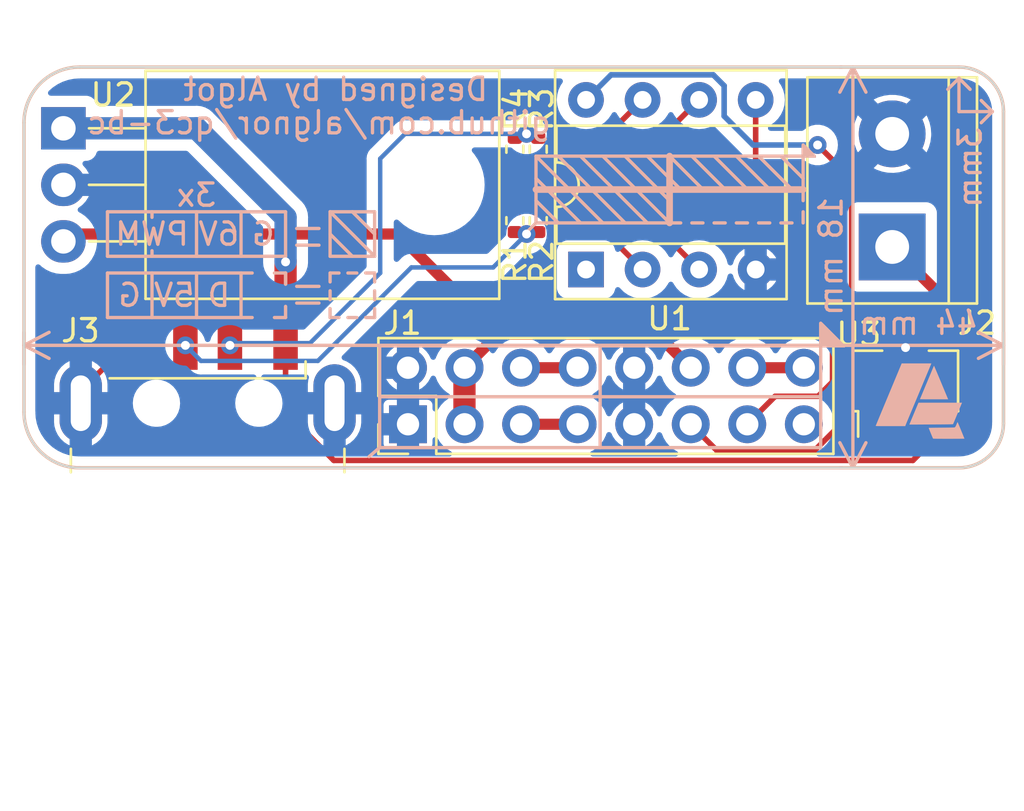
<source format=kicad_pcb>
(kicad_pcb (version 20211014) (generator pcbnew)
  (layers (0 "F.Cu" power) (31 "B.Cu" signal) (34 "B.Paste" user) (35 "F.Paste" user) (36 "B.SilkS" user "B.Silkscreen") (37 "F.SilkS" user "F.Silkscreen") (38 "B.Mask" user) (39 "F.Mask" user) (44 "Edge.Cuts" user))
  (net 0 "")
  (net 2 "/VBUS")
  (net 3 "/controll pin")
  (net 4 "/GND")
  (net 5 "/6V")
  (net 6 "/D-")
  (net 7 "/D+")
  (net 8 "Net-(R2-Pad1)")
  (net 9 "Net-(R3-Pad1)")
  (net 10 "/5V")
  (net 11 "Net-(J1-Pad5)")
  (net 12 "Net-(J1-Pad6)")
  (net 13 "Net-(J1-Pad14)")
  (net 15 "Net-(R1-Pad1)")
  (net 16 "Net-(R4-Pad1)")
  (footprint "Resistor_SMD:R_0402_1005Metric" (layer "F.Cu") (at 195.05 106.9 -90)
    (fp_text reference "R1" (at 1.85 0 -90) (layer "F.SilkS"))
    (fp_text value "2k")
    (fp_line (start -0.153641 -0.38) (end 0.153641 -0.38) (layer "F.SilkS") (width 0.12))
    (fp_line (start -0.153641 0.38) (end 0.153641 0.38) (layer "F.SilkS") (width 0.12))
    (pad "1" smd roundrect (at -0.51 0 270) (size 0.54 0.64) (layers "F.Cu" "F.Paste" "F.Mask") (net 15 "Net-(R1-Pad1)"))
    (pad "2" smd roundrect (at 0.51 0 270) (size 0.54 0.64) (layers "F.Cu" "F.Paste" "F.Mask") (net 7 "/D+"))
  )
  (footprint "Resistor_SMD:R_0402_1005Metric" (layer "F.Cu") (at 195.05 103.69 90)
    (fp_text reference "R4" (at 1.79 0.05 90) (layer "F.SilkS"))
    (fp_text value "680")
    (fp_line (start -0.153641 -0.38) (end 0.153641 -0.38) (layer "F.SilkS") (width 0.12))
    (fp_line (start -0.153641 0.38) (end 0.153641 0.38) (layer "F.SilkS") (width 0.12))
    (pad "1" smd roundrect (at -0.51 0 90) (size 0.54 0.64) (layers "F.Cu" "F.Paste" "F.Mask") (net 16 "Net-(R4-Pad1)"))
    (pad "2" smd roundrect (at 0.51 0 90) (size 0.54 0.64) (layers "F.Cu" "F.Paste" "F.Mask") (net 6 "/D-"))
  )
  (footprint "Connector_PinHeader_2.54mm:PinHeader_2x08_P2.54mm_Vertical" (layer "F.Cu") (at 190.25 116.045 90)
    (fp_text reference "J1" (at 4.545 -0.25 180) (layer "F.SilkS"))
    (fp_text value "Conn_02x08_Counter_Clockwise")
    (fp_line (start -1.33 19.11) (end 3.87 19.11) (layer "F.SilkS") (width 0.12))
    (fp_line (start -1.33 -1.33) (end 0 -1.33) (layer "F.SilkS") (width 0.12))
    (fp_line (start 1.27 1.27) (end 1.27 -1.33) (layer "F.SilkS") (width 0.12))
    (fp_line (start 1.27 -1.33) (end 3.87 -1.33) (layer "F.SilkS") (width 0.12))
    (fp_line (start -1.33 1.27) (end 1.27 1.27) (layer "F.SilkS") (width 0.12))
    (fp_line (start -1.33 0) (end -1.33 -1.33) (layer "F.SilkS") (width 0.12))
    (fp_line (start -1.33 1.27) (end -1.33 19.11) (layer "F.SilkS") (width 0.12))
    (fp_line (start 3.87 -1.33) (end 3.87 19.11) (layer "F.SilkS") (width 0.12))
    (pad "1" thru_hole rect (at 0 0 90) (size 1.7 1.7) (drill 1) (layers *.Cu *.Mask) (net 4 "/GND"))
    (pad "2" thru_hole oval (at 2.54 0 90) (size 1.7 1.7) (drill 1) (layers *.Cu *.Mask) (net 4 "/GND"))
    (pad "3" thru_hole oval (at 0 2.54 90) (size 1.7 1.7) (drill 1) (layers *.Cu *.Mask) (net 5 "/6V"))
    (pad "4" thru_hole oval (at 2.54 2.54 90) (size 1.7 1.7) (drill 1) (layers *.Cu *.Mask) (net 5 "/6V"))
    (pad "5" thru_hole oval (at 0 5.08 90) (size 1.7 1.7) (drill 1) (layers *.Cu *.Mask) (net 11 "Net-(J1-Pad5)"))
    (pad "6" thru_hole oval (at 2.54 5.08 90) (size 1.7 1.7) (drill 1) (layers *.Cu *.Mask) (net 12 "Net-(J1-Pad6)"))
    (pad "7" thru_hole oval (at 0 7.62 90) (size 1.7 1.7) (drill 1) (layers *.Cu *.Mask) (net 11 "Net-(J1-Pad5)"))
    (pad "8" thru_hole oval (at 2.54 7.62 90) (size 1.7 1.7) (drill 1) (layers *.Cu *.Mask) (net 12 "Net-(J1-Pad6)"))
    (pad "9" thru_hole oval (at 0 10.16 90) (size 1.7 1.7) (drill 1) (layers *.Cu *.Mask) (net 4 "/GND"))
    (pad "10" thru_hole oval (at 2.54 10.16 90) (size 1.7 1.7) (drill 1) (layers *.Cu *.Mask) (net 4 "/GND"))
    (pad "11" thru_hole oval (at 0 12.7 90) (size 1.7 1.7) (drill 1) (layers *.Cu *.Mask) (net 10 "/5V"))
    (pad "12" thru_hole oval (at 2.54 12.7 90) (size 1.7 1.7) (drill 1) (layers *.Cu *.Mask) (net 5 "/6V"))
    (pad "13" thru_hole oval (at 0 15.24 90) (size 1.7 1.7) (drill 1) (layers *.Cu *.Mask) (net 3 "/controll pin"))
    (pad "14" thru_hole oval (at 2.54 15.24 90) (size 1.7 1.7) (drill 1) (layers *.Cu *.Mask) (net 13 "Net-(J1-Pad14)"))
    (pad "15" thru_hole oval (at 0 17.78 90) (size 1.7 1.7) (drill 1) (layers *.Cu *.Mask))
    (pad "16" thru_hole oval (at 2.54 17.78 90) (size 1.7 1.7) (drill 1) (layers *.Cu *.Mask) (net 13 "Net-(J1-Pad14)"))
  )
  (footprint "Package_TO_SOT_SMD:SOT-89-3" (layer "F.Cu") (at 212.6 114.4 90)
    (fp_text reference "U3" (at 2.4 -2.1 180) (layer "F.SilkS"))
    (fp_text value "L78L05_SOT89")
    (fp_line (start -2.2 -2.13) (end -1.06 -2.13) (layer "F.SilkS") (width 0.12))
    (fp_line (start 1.66 -2.36) (end 1.66 -1.05) (layer "F.SilkS") (width 0.12))
    (fp_line (start -1.06 -2.36) (end -1.06 -2.13) (layer "F.SilkS") (width 0.12))
    (fp_line (start -1.06 -2.36) (end 1.66 -2.36) (layer "F.SilkS") (width 0.12))
    (fp_line (start 1.66 1.05) (end 1.66 2.36) (layer "F.SilkS") (width 0.12))
    (fp_line (start -1.06 2.36) (end -1.06 2.13) (layer "F.SilkS") (width 0.12))
    (fp_line (start 1.66 2.36) (end -1.06 2.36) (layer "F.SilkS") (width 0.12))
    (pad "1" smd rect (at -1.65 -1.5 90) (size 1.3 0.9) (layers "F.Cu" "F.Paste" "F.Mask") (net 10 "/5V"))
    (pad "2" smd custom (at -1.5625 0 90) (size 1.475 0.9) (layers "F.Cu" "F.Paste" "F.Mask") (net 4 "/GND") (options (clearance outline) (anchor rect)) (primitives (gr_poly (pts (xy 3.8625 0.8665) (xy 0.7375 0.8665) (xy 0.7375 -0.8665) (xy 3.8625 -0.8665)) (width 0) (fill yes))))
    (pad "3" smd rect (at -1.65 1.5 90) (size 1.3 0.9) (layers "F.Cu" "F.Paste" "F.Mask") (net 2 "/VBUS"))
  )
  (footprint "Resistor_SMD:R_0402_1005Metric" (layer "F.Cu") (at 196.1 103.69 90)
    (fp_text reference "R3" (at 1.79 0.15 90) (layer "F.SilkS"))
    (fp_text value "2k")
    (fp_line (start -0.153641 -0.38) (end 0.153641 -0.38) (layer "F.SilkS") (width 0.12))
    (fp_line (start -0.153641 0.38) (end 0.153641 0.38) (layer "F.SilkS") (width 0.12))
    (pad "1" smd roundrect (at -0.51 0 90) (size 0.54 0.64) (layers "F.Cu" "F.Paste" "F.Mask") (net 9 "Net-(R3-Pad1)"))
    (pad "2" smd roundrect (at 0.51 0 90) (size 0.54 0.64) (layers "F.Cu" "F.Paste" "F.Mask") (net 6 "/D-"))
  )
  (footprint "Package_DIP:DIP-8_W7.62mm_Socket" (layer "F.Cu") (at 198.247 109.093 90)
    (fp_text reference "U1" (at -2.207 3.753 180) (layer "F.SilkS"))
    (fp_text value "ATtiny45V-10P")
    (fp_line (start 2.81 -1.33) (end 1.16 -1.33) (layer "F.SilkS") (width 0.12))
    (fp_line (start 6.46 -1.33) (end 4.81 -1.33) (layer "F.SilkS") (width 0.12))
    (fp_line (start -1.33 9.01) (end 8.95 9.01) (layer "F.SilkS") (width 0.12))
    (fp_line (start 8.95 9.01) (end 8.95 -1.39) (layer "F.SilkS") (width 0.12))
    (fp_line (start 1.16 -1.33) (end 1.16 8.95) (layer "F.SilkS") (width 0.12))
    (fp_line (start 8.95 -1.39) (end -1.33 -1.39) (layer "F.SilkS") (width 0.12))
    (fp_line (start -1.33 -1.39) (end -1.33 9.01) (layer "F.SilkS") (width 0.12))
    (fp_line (start 6.46 8.95) (end 6.46 -1.33) (layer "F.SilkS") (width 0.12))
    (fp_line (start 1.16 8.95) (end 6.46 8.95) (layer "F.SilkS") (width 0.12))
    (fp_arc (start 4.81 -1.33) (mid 3.81 -0.33) (end 2.81 -1.33) (layer "F.SilkS") (width 0.12))
    (pad "1" thru_hole rect (at 0 0 90) (size 1.6 1.6) (drill 0.8) (layers *.Cu *.Mask))
    (pad "2" thru_hole oval (at 0 2.54 90) (size 1.6 1.6) (drill 0.8) (layers *.Cu *.Mask) (net 8 "Net-(R2-Pad1)"))
    (pad "3" thru_hole oval (at 0 5.08 90) (size 1.6 1.6) (drill 0.8) (layers *.Cu *.Mask) (net 15 "Net-(R1-Pad1)"))
    (pad "4" thru_hole oval (at 0 7.62 90) (size 1.6 1.6) (drill 0.8) (layers *.Cu *.Mask) (net 4 "/GND"))
    (pad "5" thru_hole oval (at 7.62 7.62 90) (size 1.6 1.6) (drill 0.8) (layers *.Cu *.Mask) (net 3 "/controll pin"))
    (pad "6" thru_hole oval (at 7.62 5.08 90) (size 1.6 1.6) (drill 0.8) (layers *.Cu *.Mask) (net 16 "Net-(R4-Pad1)"))
    (pad "7" thru_hole oval (at 7.62 2.54 90) (size 1.6 1.6) (drill 0.8) (layers *.Cu *.Mask) (net 9 "Net-(R3-Pad1)"))
    (pad "8" thru_hole oval (at 7.62 0 90) (size 1.6 1.6) (drill 0.8) (layers *.Cu *.Mask) (net 10 "/5V"))
  )
  (footprint "Connector_USB:USB_A_CNCTech_1001-011-01101_Horizontal" (layer "F.Cu") (at 181.25 116.1 -90)
    (fp_text reference "J3" (at -4.26 5.715) (layer "F.SilkS"))
    (fp_text value "USB_A")
    (fp_line (start 1.05 6.145) (end 2.1 6.145) (layer "F.SilkS") (width 0.12))
    (fp_line (start 1.05 -6.145) (end 2.1 -6.145) (layer "F.SilkS") (width 0.12))
    (fp_line (start -2.12 -4.4) (end -2.12 4.4) (layer "F.SilkS") (width 0.12))
    (fp_line (start -2.12 -4.4) (end -2.875 -4.4) (layer "F.SilkS") (width 0.12))
    (pad "" np_thru_hole circle (at -1 -2.3 270) (size 1.1 1.1) (drill 1.1) (layers *.Cu *.Mask))
    (pad "" np_thru_hole circle (at -1 2.3 270) (size 1.1 1.1) (drill 1.1) (layers *.Cu *.Mask))
    (pad "1" smd rect (at -3.75 -3.5 270) (size 2.5 1.1) (layers "F.Cu" "F.Paste" "F.Mask") (net 2 "/VBUS"))
    (pad "2" smd rect (at -3.75 -1 270) (size 2.5 1.1) (layers "F.Cu" "F.Paste" "F.Mask") (net 6 "/D-"))
    (pad "3" smd rect (at -3.75 1 270) (size 2.5 1.1) (layers "F.Cu" "F.Paste" "F.Mask") (net 7 "/D+"))
    (pad "4" smd rect (at -3.75 3.5 270) (size 2.5 1.1) (layers "F.Cu" "F.Paste" "F.Mask") (net 4 "/GND"))
    (pad "5" thru_hole oval (at -1 -5.7 270) (size 3.5 1.9) (drill oval 2.5 0.9) (layers *.Cu *.Mask) (net 4 "/GND"))
    (pad "5" thru_hole oval (at -1 5.7 270) (size 3.5 1.9) (drill oval 2.5 0.9) (layers *.Cu *.Mask) (net 4 "/GND"))
  )
  (footprint "Resistor_SMD:R_0402_1005Metric" (layer "F.Cu") (at 196.1 106.9 -90)
    (fp_text reference "R2" (at 1.85 -0.15 90) (layer "F.SilkS"))
    (fp_text value "680")
    (fp_line (start -0.153641 -0.38) (end 0.153641 -0.38) (layer "F.SilkS") (width 0.12))
    (fp_line (start -0.153641 0.38) (end 0.153641 0.38) (layer "F.SilkS") (width 0.12))
    (pad "1" smd roundrect (at -0.51 0 270) (size 0.54 0.64) (layers "F.Cu" "F.Paste" "F.Mask") (net 8 "Net-(R2-Pad1)"))
    (pad "2" smd roundrect (at 0.51 0 270) (size 0.54 0.64) (layers "F.Cu" "F.Paste" "F.Mask") (net 7 "/D+"))
  )
  (footprint "TerminalBlock:TerminalBlock_bornier-2_P5.08mm" (layer "F.Cu") (at 212 108.08 90)
    (fp_text reference "J2" (at -3.42 3.81 180) (layer "F.SilkS"))
    (fp_text value "Screw_Terminal_01x02")
    (fp_line (start 7.62 3.81) (end 7.62 -3.81) (layer "F.SilkS") (width 0.12))
    (fp_line (start -2.54 -3.81) (end -2.54 3.81) (layer "F.SilkS") (width 0.12))
    (fp_line (start 7.62 -3.81) (end -2.54 -3.81) (layer "F.SilkS") (width 0.12))
    (fp_line (start -2.54 3.81) (end 7.62 3.81) (layer "F.SilkS") (width 0.12))
    (fp_line (start 7.62 2.54) (end -2.54 2.54) (layer "F.SilkS") (width 0.12))
    (pad "1" thru_hole rect (at 0 0 90) (size 3 3) (drill 1.52) (layers *.Cu *.Mask) (net 2 "/VBUS"))
    (pad "2" thru_hole circle (at 5.08 0 90) (size 3 3) (drill 1.52) (layers *.Cu *.Mask) (net 4 "/GND"))
  )
  (footprint "Package_TO_SOT_THT:TO-220-3_Horizontal_TabDown" (layer "F.Cu") (at 174.77 102.75 -90)
    (fp_text reference "U2" (at -1.5 -2.23) (layer "F.SilkS"))
    (fp_text value "L7806CV")
    (fp_line (start 7.66 -19.58) (end 7.66 -3.69) (layer "F.SilkS") (width 0.12))
    (fp_line (start -2.58 -19.58) (end 7.66 -19.58) (layer "F.SilkS") (width 0.12))
    (fp_line (start -2.58 -19.58) (end -2.58 -3.69) (layer "F.SilkS") (width 0.12))
    (fp_line (start -2.58 -3.69) (end 7.66 -3.69) (layer "F.SilkS") (width 0.12))
    (fp_line (start 2.54 -3.69) (end 2.54 -1.15) (layer "F.SilkS") (width 0.12))
    (fp_line (start 0 -3.69) (end 0 -1.15) (layer "F.SilkS") (width 0.12))
    (fp_line (start 5.08 -3.69) (end 5.08 -1.15) (layer "F.SilkS") (width 0.12))
    (pad "" np_thru_hole oval (at 2.54 -16.66 270) (size 3.5 3.5) (drill 3.5) (layers *.Cu *.Mask))
    (pad "1" thru_hole rect (at 0 0 270) (size 1.905 2) (drill 1.1) (layers *.Cu *.Mask) (net 2 "/VBUS"))
    (pad "2" thru_hole oval (at 2.54 0 270) (size 1.905 2) (drill 1.1) (layers *.Cu *.Mask) (net 4 "/GND"))
    (pad "3" thru_hole oval (at 5.08 0 270) (size 1.905 2) (drill 1.1) (layers *.Cu *.Mask) (net 5 "/6V"))
  )
  (footprint "personal-icons:ABB-gym-logo-4mm" (layer "B.Cu") (at 213.25 115 180)
    (fp_text reference "G***" hide)
    (fp_text value "LOGO" hide)
    (fp_poly (pts (xy 1.405845 0.293631) (xy 1.463704 0.154758) (xy 1.520021 0.019538) (xy 1.574518 -0.111358) (xy 1.626917 -0.237258) (xy 1.676938 -0.357493) (xy 1.724303 -0.47139) (xy 1.768733 -0.578278) (xy 1.809949 -0.677487) (xy 1.847673 -0.768345) (xy 1.881626 -0.850181) (xy 1.91153 -0.922325) (xy 1.937105 -0.984104) (xy 1.958073 -1.034848) (xy 1.974155 -1.073885) (xy 1.985072 -1.100545) (xy 1.990547 -1.114157) (xy 1.99115 -1.115796) (xy 1.991155 -1.1181) (xy 1.989257 -1.120122) (xy 1.984532 -1.121879) (xy 1.976057 -1.12339) (xy 1.962911 -1.124674) (xy 1.94417 -1.125748) (xy 1.918912 -1.126632) (xy 1.886214 -1.127344) (xy 1.845154 -1.127902) (xy 1.794809 -1.128325) (xy 1.734256 -1.128631) (xy 1.662574 -1.128839) (xy 1.578839 -1.128966) (xy 1.482128 -1.129032) (xy 1.37152 -1.129056) (xy 1.327779 -1.129057) (xy 0.660891 -1.129057) (xy 0.65599 -1.10953) (xy 0.651888 -1.097757) (xy 0.642667 -1.073947) (xy 0.629105 -1.040023) (xy 0.61198 -0.997907) (xy 0.592071 -0.949524) (xy 0.570155 -0.896797) (xy 0.563258 -0.880308) (xy 0.539477 -0.823513) (xy 0.51612 -0.7677) (xy 0.494247 -0.715401) (xy 0.474916 -0.669149) (xy 0.459187 -0.631479) (xy 0.448119 -0.604923) (xy 0.447076 -0.602416) (xy 0.435189 -0.57389) (xy 0.418078 -0.532925) (xy 0.396386 -0.481054) (xy 0.370755 -0.419813) (xy 0.341828 -0.350735) (xy 0.310247 -0.275355) (xy 0.276656 -0.195207) (xy 0.241696 -0.111825) (xy 0.206011 -0.026743) (xy 0.174124 0.049255) (xy 0.135379 0.141635) (xy 0.091293 0.246853) (xy 0.041787 0.365094) (xy -0.013215 0.49654) (xy -0.073789 0.641375) (xy -0.140013 0.799783) (xy -0.211962 0.971947) (xy -0.233282 1.022972) (xy -0.264349 1.097318) (xy -0.295766 1.172488) (xy -0.32662 1.246296) (xy -0.355996 1.316554) (xy -0.382979 1.381075) (xy -0.406655 1.437673) (xy -0.42611 1.48416) (xy -0.437653 1.511725) (xy -0.456206 1.55621) (xy -0.472981 1.59681) (xy -0.487002 1.63113) (xy -0.49729 1.656772) (xy -0.502868 1.67134) (xy -0.503344 1.672748) (xy -0.508718 1.689797) (xy 0.824058 1.689797)) (layer "B.SilkS") (width 0) (fill solid))
    (fp_poly (pts (xy -0.623681 1.577402) (xy -0.61453 1.55695) (xy -0.600862 1.525516) (xy -0.583321 1.48461) (xy -0.562553 1.435739) (xy -0.539204 1.380412) (xy -0.51392 1.320138) (xy -0.503736 1.295764) (xy -0.473285 1.222848) (xy -0.440624 1.144716) (xy -0.407145 1.064692) (xy -0.374239 0.986103) (xy -0.3433 0.912272) (xy -0.31572 0.846527) (xy -0.297529 0.803222) (xy -0.273212 0.745305) (xy -0.248866 0.68718) (xy -0.225665 0.631656) (xy -0.204781 0.581543) (xy -0.187385 0.53965) (xy -0.17465 0.508786) (xy -0.174203 0.507697) (xy -0.158816 0.470329) (xy -0.140724 0.426681) (xy -0.12077 0.378754) (xy -0.099798 0.328554) (xy -0.078648 0.278084) (xy -0.058163 0.229346) (xy -0.039186 0.184345) (xy -0.022558 0.145084) (xy -0.009122 0.113567) (xy 0.00028 0.091796) (xy 0.004806 0.081776) (xy 0.004981 0.081459) (xy -0.001873 0.080596) (xy -0.022784 0.079773) (xy -0.056653 0.078999) (xy -0.102381 0.078285) (xy -0.15887 0.077641) (xy -0.225022 0.077076) (xy -0.299738 0.076599) (xy -0.381919 0.076222) (xy -0.470467 0.075954) (xy -0.564284 0.075805) (xy -0.628395 0.075776) (xy -1.265263 0.075776) (xy -1.247906 0.115558) (xy -1.242616 0.128001) (xy -1.23192 0.153442) (xy -1.216232 0.190887) (xy -1.195968 0.239342) (xy -1.171543 0.297811) (xy -1.143371 0.365302) (xy -1.111868 0.440819) (xy -1.077448 0.523368) (xy -1.040527 0.611954) (xy -1.001519 0.705585) (xy -0.96084 0.803264) (xy -0.931776 0.873074) (xy -0.890566 0.971899) (xy -0.850936 1.066595) (xy -0.813278 1.156245) (xy -0.777983 1.239933) (xy -0.745442 1.316743) (xy -0.716048 1.385758) (xy -0.69019 1.446062) (xy -0.66826 1.496738) (xy -0.65065 1.536869) (xy -0.637751 1.56554) (xy -0.629953 1.581833) (xy -0.627669 1.585365)) (layer "B.SilkS") (width 0) (fill solid))
    (fp_poly (pts (xy 0.084347 -0.111769) (xy 0.092584 -0.131027) (xy 0.106635 -0.164232) (xy 0.126484 -0.21134) (xy 0.152113 -0.27231) (xy 0.183505 -0.347099) (xy 0.220641 -0.435666) (xy 0.263505 -0.537968) (xy 0.312078 -0.653964) (xy 0.366343 -0.783612) (xy 0.374441 -0.802963) (xy 0.398377 -0.860326) (xy 0.420341 -0.91328) (xy 0.439671 -0.960199) (xy 0.4557 -0.999456) (xy 0.467765 -1.029424) (xy 0.475201 -1.048476) (xy 0.477386 -1.054917) (xy 0.470157 -1.056512) (xy 0.449856 -1.057804) (xy 0.418564 -1.058741) (xy 0.378363 -1.059277) (xy 0.331334 -1.059362) (xy 0.297419 -1.059146) (xy 0.264493 -1.058868) (xy 0.217722 -1.058525) (xy 0.158415 -1.058126) (xy 0.087882 -1.057679) (xy 0.007434 -1.057189) (xy -0.081622 -1.056666) (xy -0.177974 -1.056117) (xy -0.280314 -1.05555) (xy -0.387331 -1.054971) (xy -0.497715 -1.054389) (xy -0.610158 -1.053812) (xy -0.679711 -1.053462) (xy -0.820994 -1.052687) (xy -0.949303 -1.051834) (xy -1.064408 -1.050906) (xy -1.166079 -1.049908) (xy -1.254086 -1.048841) (xy -1.328201 -1.04771) (xy -1.388193 -1.046518) (xy -1.433833 -1.045268) (xy -1.464892 -1.043964) (xy -1.481139 -1.042608) (xy -1.483634 -1.041915) (xy -1.487978 -1.033405) (xy -1.497402 -1.012474) (xy -1.511223 -0.980719) (xy -1.528759 -0.939736) (xy -1.549326 -0.891121) (xy -1.572243 -0.83647) (xy -1.596826 -0.777379) (xy -1.598677 -0.772911) (xy -1.62797 -0.702189) (xy -1.659594 -0.625841) (xy -1.69206 -0.547458) (xy -1.723881 -0.470632) (xy -1.753571 -0.398952) (xy -1.779641 -0.33601) (xy -1.790133 -0.31068) (xy -1.811838 -0.258236) (xy -1.831892 -0.209704) (xy -1.84949 -0.167038) (xy -1.863828 -0.13219) (xy -1.874101 -0.107114) (xy -1.879505 -0.093762) (xy -1.879872 -0.092825) (xy -1.886439 -0.075775) (xy 0.068736 -0.075775)) (layer "B.SilkS") (width 0) (fill solid))
    (fp_poly (pts (xy -1.682913 -0.952737) (xy -1.676184 -0.964259) (xy -1.666428 -0.985482) (xy -1.652593 -1.018054) (xy -1.641615 -1.044416) (xy -1.621592 -1.091106) (xy -1.604986 -1.125818) (xy -1.590329 -1.150917) (xy -1.576153 -1.168771) (xy -1.56099 -1.181746) (xy -1.553401 -1.186656) (xy -1.544133 -1.18781) (xy -1.520879 -1.188999) (xy -1.484808 -1.190202) (xy -1.437089 -1.191398) (xy -1.37889 -1.192566) (xy -1.31138 -1.193684) (xy -1.235729 -1.194731) (xy -1.153105 -1.195686) (xy -1.064678 -1.196528) (xy -0.971615 -1.197235) (xy -0.96866 -1.197255) (xy -0.876774 -1.19793) (xy -0.789303 -1.198704) (xy -0.707428 -1.199558) (xy -0.63233 -1.200474) (xy -0.56519 -1.201434) (xy -0.507187 -1.202418) (xy -0.459503 -1.20341) (xy -0.423318 -1.204389) (xy -0.399813 -1.205337) (xy -0.390168 -1.206237) (xy -0.390014 -1.206321) (xy -0.391749 -1.214052) (xy -0.398575 -1.233775) (xy -0.40969 -1.263517) (xy -0.424294 -1.301309) (xy -0.441585 -1.345177) (xy -0.460762 -1.393151) (xy -0.481023 -1.443259) (xy -0.501569 -1.49353) (xy -0.521597 -1.541992) (xy -0.540306 -1.586674) (xy -0.556895 -1.625604) (xy -0.570563 -1.65681) (xy -0.58051 -1.678323) (xy -0.585718 -1.687902) (xy -0.589932 -1.689578) (xy -0.60039 -1.691058) (xy -0.617861 -1.692352) (xy -0.643113 -1.693472) (xy -0.676915 -1.694426) (xy -0.720036 -1.695226) (xy -0.773245 -1.695882) (xy -0.83731 -1.696405) (xy -0.913001 -1.696803) (xy -1.001086 -1.697089) (xy -1.102335 -1.697271) (xy -1.217514 -1.697361) (xy -1.292456 -1.697374) (xy -1.394076 -1.697314) (xy -1.491334 -1.697139) (xy -1.583167 -1.696858) (xy -1.668514 -1.69648) (xy -1.74631 -1.696013) (xy -1.815494 -1.695465) (xy -1.875004 -1.694846) (xy -1.923776 -1.694163) (xy -1.960748 -1.693427) (xy -1.984858 -1.692644) (xy -1.995044 -1.691824) (xy -1.995309 -1.691691) (xy -1.992974 -1.684148) (xy -1.985458 -1.664198) (xy -1.973409 -1.633425) (xy -1.957474 -1.593412) (xy -1.938304 -1.54574) (xy -1.916546 -1.491993) (xy -1.89285 -1.433754) (xy -1.867862 -1.372604) (xy -1.842233 -1.310127) (xy -1.816611 -1.247906) (xy -1.791644 -1.187523) (xy -1.767981 -1.130561) (xy -1.74627 -1.078602) (xy -1.72716 -1.03323) (xy -1.7113 -0.996027) (xy -1.699338 -0.968575) (xy -1.69543 -0.959891) (xy -1.691486 -0.952203) (xy -1.687663 -0.949268)) (layer "B.SilkS") (width 0) (fill solid))
  )
  (gr_line (start 203 104) (end 204.5 105.5) (layer "B.SilkS") (width 0.15))
  (gr_line (start 208.788 117.094) (end 208.788 112.522) (layer "B.SilkS") (width 0.15))
  (gr_arc (start 173 102.5) (mid 173.732233 100.732233) (end 175.5 100) (layer "B.SilkS") (width 0.15))
  (gr_line (start 176.75 108.5) (end 176.75 106.5) (layer "B.SilkS") (width 0.15))
  (gr_line (start 187.75 108.5) (end 186.75 107.5) (layer "B.SilkS") (width 0.15))
  (gr_line (start 215 100.5) (end 215.5 101) (layer "B.SilkS") (width 0.15))
  (gr_line (start 188.35 109.25) (end 188.75 109.25) (layer "B.SilkS") (width 0.15))
  (gr_line (start 208 104) (end 208 106) (layer "B.SilkS") (width 0.15))
  (gr_line (start 186.75 108.5) (end 186.75 106.5) (layer "B.SilkS") (width 0.15))
  (gr_line (start 186.75 109.25) (end 187.15 109.25) (layer "B.SilkS") (width 0.15))
  (gr_line (start 208.788 112.522) (end 188.976 112.522) (layer "B.SilkS") (width 0.15))
  (gr_line (start 186.25 109.85) (end 185.25 109.85) (layer "B.SilkS") (width 0.15))
  (gr_line (start 204 107) (end 204.5 107) (layer "B.SilkS") (width 0.15))
  (gr_line (start 176.75 109.25) (end 176.75 111.25) (layer "B.SilkS") (width 0.15))
  (gr_line (start 196 104) (end 199 107) (layer "B.SilkS") (width 0.15))
  (gr_line (start 182.75 109.25) (end 182.75 111.25) (layer "B.SilkS") (width 0.15))
  (gr_line (start 188.75 111.25) (end 188.75 110.85) (layer "B.SilkS") (width 0.15))
  (gr_line (start 215 100.5) (end 214.5 101) (layer "B.SilkS") (width 0.15))
  (gr_line (start 202 104) (end 203.5 105.5) (layer "B.SilkS") (width 0.15))
  (gr_line (start 197 104) (end 200 107) (layer "B.SilkS") (width 0.15))
  (gr_line (start 208.788 114.808) (end 188.976 114.808) (layer "B.SilkS") (width 0.15))
  (gr_line (start 188.75 107.5) (end 187.75 106.5) (layer "B.SilkS") (width 0.15))
  (gr_line (start 188.75 110.05) (end 188.75 110.45) (layer "B.SilkS") (width 0.15))
  (gr_line (start 176.75 111.25) (end 183.25 111.25) (layer "B.SilkS") (width 0.15))
  (gr_line (start 186.75 106.5) (end 188.75 106.5) (layer "B.SilkS") (width 0.15))
  (gr_line (start 178.75 106.5) (end 178.75 106.75) (layer "B.SilkS") (width 0.15))
  (gr_line (start 188.976 117.094) (end 208.788 117.094) (layer "B.SilkS") (width 0.15))
  (gr_line (start 217 102) (end 217 116) (layer "B.SilkS") (width 0.15))
  (gr_line (start 186.75 110.85) (end 186.75 111.25) (layer "B.SilkS") (width 0.15))
  (gr_line (start 186.75 110.45) (end 186.75 110.05) (layer "B.SilkS") (width 0.15))
  (gr_line (start 188.976 117.094) (end 188.5 117.5) (layer "B.SilkS") (width 0.15))
  (gr_line (start 184.75 110.75) (end 184.75 111.25) (layer "B.SilkS") (width 0.15))
  (gr_line (start 184.75 106.5) (end 184.75 108.5) (layer "B.SilkS") (width 0.15))
  (gr_poly (pts (xy 208.5 104) (xy 208 104) (xy 208 103.5)) (layer "B.SilkS") (width 0.15) (fill solid))
  (gr_line (start 216.5 102) (end 215.000001 101.999999) (layer "B.SilkS") (width 0.15))
  (gr_line (start 184.75 109.25) (end 184.75 109.75) (layer "B.SilkS") (width 0.15))
  (gr_line (start 184.25 109.25) (end 184.75 109.25) (layer "B.SilkS") (width 0.15))
  (gr_line (start 204 104) (end 205.5 105.5) (layer "B.SilkS") (width 0.15))
  (gr_line (start 186.25 107.25) (end 185.25 107.25) (layer "B.SilkS") (width 0.15))
  (gr_line (start 199 104) (end 202 107) (layer "B.SilkS") (width 0.15))
  (gr_line (start 205 107) (end 205.5 107) (layer "B.SilkS") (width 0.15))
  (gr_line (start 208 105) (end 207 104) (layer "B.SilkS") (width 0.15))
  (gr_line (start 188.75 109.25) (end 188.75 109.65) (layer "B.SilkS") (width 0.15))
  (gr_line (start 205 104) (end 206.5 105.5) (layer "B.SilkS") (width 0.15))
  (gr_line (start 216.5 102) (end 216 102.5) (layer "B.SilkS") (width 0.15))
  (gr_line (start 198.882 112.522) (end 198.882 117.094) (layer "B.SilkS") (width 0.15))
  (gr_line (start 184.75 108.5) (end 176.75 108.5) (layer "B.SilkS") (width 0.15))
  (gr_line (start 196 107) (end 195.5 107.5) (layer "B.SilkS") (width 0.15))
  (gr_line (start 188.75 108.5) (end 186.75 108.5) (layer "B.SilkS") (width 0.15))
  (gr_line (start 196 106) (end 197 107) (layer "B.SilkS") (width 0.15))
  (gr_line (start 186.75 109.65) (end 186.75 109.25) (layer "B.SilkS") (width 0.15))
  (gr_line (start 184.75 111.25) (end 184.25 111.25) (layer "B.SilkS") (width 0.15))
  (gr_line (start 215 118) (end 175.5 118) (layer "B.SilkS") (width 0.15))
  (gr_line (start 187.55 109.25) (end 187.95 109.25) (layer "B.SilkS") (width 0.15))
  (gr_line (start 178.75 109.25) (end 178.75 111.25) (layer "B.SilkS") (width 0.15))
  (gr_line (start 184.75 109.75) (end 184.75 109.25) (layer "B.SilkS") (width 0.15))
  (gr_line (start 200 104) (end 202 106) (layer "B.SilkS") (width 0.15))
  (gr_line (start 215 100.5) (end 215.000001 101.999999) (layer "B.SilkS") (width 0.15))
  (gr_arc (start 175.5 118) (mid 173.732233 117.267767) (end 173 115.5) (layer "B.SilkS") (width 0.15))
  (gr_line (start 201 104) (end 202.5 105.5) (layer "B.SilkS") (width 0.15))
  (gr_line (start 203 107) (end 203.5 107) (layer "B.SilkS") (width 0.15))
  (gr_line (start 183.25 109.25) (end 176.75 109.25) (layer "B.SilkS") (width 0.15))
  (gr_arc (start 217 116) (mid 216.414214 117.414214) (end 215 118) (layer "B.SilkS") (width 0.15))
  (gr_line (start 186.25 110.6) (end 185.25 110.6) (layer "B.SilkS") (width 0.15))
  (gr_line (start 188.75 111.25) (end 188.35 111.25) (layer "B.SilkS") (width 0.15))
  (gr_line (start 176.75 106.5) (end 184.75 106.5) (layer "B.SilkS") (width 0.15))
  (gr_arc (start 215 100) (mid 216.414214 100.585786) (end 217 102) (layer "B.SilkS") (width 0.15))
  (gr_line (start 188.75 106.5) (end 188.75 108.5) (layer "B.SilkS") (width 0.15))
  (gr_line (start 198 104) (end 201 107) (layer "B.SilkS") (width 0.15))
  (gr_line (start 208 105.5) (end 196 105.5) (layer "B.SilkS") (width 0.3))
  (gr_line (start 196 107) (end 196 104) (layer "B.SilkS") (width 0.15))
  (gr_line (start 202 104) (end 202 107) (layer "B.SilkS") (width 0.3))
  (gr_line (start 187.95 111.25) (end 187.55 111.25) (layer "B.SilkS") (width 0.15))
  (gr_line (start 178.75 108.5) (end 178.75 108.25) (layer "B.SilkS") (width 0.15))
  (gr_line (start 196 104) (end 208 104) (layer "B.SilkS") (width 0.15))
  (gr_line (start 202.5 107) (end 196 107) (layer "B.SilkS") (width 0.15))
  (gr_line (start 187.15 111.25) (end 186.75 111.25) (layer "B.SilkS") (width 0.15))
  (gr_poly (pts (xy 209.804 112.522) (xy 208.788 112.522) (xy 208.788 111.506)) (layer "B.SilkS") (width 0.15) (fill solid))
  (gr_line (start 207 107) (end 207.5 107) (layer "B.SilkS") (width 0.15))
  (gr_line (start 180.75 109.25) (end 180.75 111.25) (layer "B.SilkS") (width 0.15))
  (gr_line (start 175.5 100) (end 215 100) (layer "B.SilkS") (width 0.15))
  (gr_line (start 182.75 106.5) (end 182.75 108.5) (layer "B.SilkS") (width 0.15))
  (gr_line (start 206 107) (end 206.5 107) (layer "B.SilkS") (width 0.15))
  (gr_line (start 186.25 108) (end 185.25 108) (layer "B.SilkS") (width 0.15))
  (gr_line (start 173 115.5) (end 173 102.5) (layer "B.SilkS") (width 0.15))
  (gr_line (start 216.5 102) (end 216 101.5) (layer "B.SilkS") (width 0.15))
  (gr_line (start 196 105) (end 198 107) (layer "B.SilkS") (width 0.15))
  (gr_line (start 188.75 108.5) (end 186.75 106.5) (layer "B.SilkS") (width 0.15))
  (gr_line (start 180.75 108.5) (end 180.75 106.5) (layer "B.SilkS") (width 0.15))
  (gr_line (start 208 106.5) (end 208 107) (layer "B.SilkS") (width 0.15))
  (gr_line (start 188.976 112.522) (end 188.976 117.094) (layer "B.SilkS") (width 0.15))
  (gr_line (start 206 104) (end 207.5 105.5) (layer "B.SilkS") (width 0.15))
  (gr_arc (start 175.5 118) (mid 173.732233 117.267767) (end 173 115.5) (layer "F.SilkS") (width 0.15))
  (gr_arc (start 215 100) (mid 216.414214 100.585786) (end 217 102) (layer "F.SilkS") (width 0.15))
  (gr_line (start 217 102) (end 217 116) (layer "F.SilkS") (width 0.15))
  (gr_line (start 173 115.5) (end 173 102.5) (layer "F.SilkS") (width 0.15))
  (gr_line (start 175.5 100) (end 215 100) (layer "F.SilkS") (width 0.15))
  (gr_arc (start 217 116) (mid 216.414214 117.414214) (end 215 118) (layer "F.SilkS") (width 0.15))
  (gr_arc (start 173 102.5) (mid 173.732233 100.732233) (end 175.5 100) (layer "F.SilkS") (width 0.15))
  (gr_line (start 215 118) (end 175.5 118) (layer "F.SilkS") (width 0.15))
  (gr_arc (start 215 100) (mid 216.414214 100.585786) (end 217 102) (layer "Edge.Cuts") (width 0.1))
  (gr_arc (start 173 102.5) (mid 173.732233 100.732233) (end 175.5 100) (layer "Edge.Cuts") (width 0.1))
  (gr_line (start 173 115.5) (end 173 102.5) (layer "Edge.Cuts") (width 0.1))
  (gr_arc (start 217 116) (mid 216.414214 117.414214) (end 215 118) (layer "Edge.Cuts") (width 0.1))
  (gr_line (start 217 102) (end 217 116) (layer "Edge.Cuts") (width 0.1))
  (gr_line (start 215 118) (end 175.5 118) (layer "Edge.Cuts") (width 0.1))
  (gr_line (start 175.5 100) (end 215 100) (layer "Edge.Cuts") (width 0.1))
  (gr_arc (start 175.5 118) (mid 173.732233 117.267767) (end 173 115.5) (layer "Edge.Cuts") (width 0.1))
  (gr_text "3mm" (at 215.5 104.5 90) (layer "B.SilkS") (effects (font (size 1 1)) (justify mirror)))
  (gr_text "G" (at 183.75 107.5) (layer "B.SilkS") (effects (font (size 1 1)) (justify mirror)))
  (gr_text "6V\n" (at 181.75 107.5) (layer "B.SilkS") (effects (font (size 1 1)) (justify mirror)))
  (gr_text "PWM\n" (at 178.75 107.5) (layer "B.SilkS") (effects (font (size 1 1)) (justify mirror)))
  (gr_text "G" (at 177.75 110.25) (layer "B.SilkS") (effects (font (size 1 1)) (justify mirror)))
  (gr_text "D" (at 181.75 110.25) (layer "B.SilkS") (effects (font (size 1 1)) (justify mirror)))
  (gr_text "3x" (at 180.75 105.75) (layer "B.SilkS") (effects (font (size 1 1)) (justify mirror)))
  (gr_text "Designed by Algot" (at 187 101) (layer "B.SilkS") (effects (font (size 1 1)) (justify mirror)))
  (gr_text "5V" (at 179.75 110.25) (layer "B.SilkS") (effects (font (size 1 1)) (justify mirror)))
  (gr_text "github.com/algnor/qc3-bc" (at 186.25 102.5) (layer "B.SilkS") (effects (font (size 1 1)) (justify mirror)))
  (dimension (type aligned) (layer "B.SilkS") (pts (xy 210.25 100) (xy 210.25 118)) (height 0.014999) (gr_text "18 mm" (at 209.25 108.5 90) (layer "B.SilkS") (effects (font (size 1 1) (thickness 0.15)) (justify mirror))) (format (units 3) (units_format 1) (precision 4) (override_value "18")) (style (thickness 0.15) (arrow_length 1.27) (text_position_mode 2) (extension_height 0.58642) (extension_offset 0.5) keep_text_aligned))
  (dimension (type aligned) (layer "B.SilkS") (pts (xy 173 113.871) (xy 217 113.871)) (height -1.371) (gr_text "44 mm" (at 213.182331 111.506) (layer "B.SilkS") (effects (font (size 1 1) (thickness 0.15)) (justify mirror))) (format (units 3) (units_format 1) (precision 4) (override_value "44")) (style (thickness 0.15) (arrow_length 1.27) (text_position_mode 2) (extension_height 0.58642) (extension_offset 0.5) keep_text_aligned))
  (segment (start 212.930969 117.669031) (end 214.1 116.5) (width 0.25) (layer "F.Cu") (net 2))
  (segment (start 212 108.08) (end 214.1 110.18) (width 0.5) (layer "F.Cu") (net 2))
  (segment (start 214.1 116.5) (end 214.1 116.05) (width 0.25) (layer "F.Cu") (net 2))
  (segment (start 214.1 110.18) (end 214.1 116.05) (width 0.5) (layer "F.Cu") (net 2))
  (segment (start 184.75 112.35) (end 184.75 108.69952) (width 1) (layer "F.Cu") (net 2))
  (segment (start 184.75 112.35) (end 184.75 115.502443) (width 0.25) (layer "F.Cu") (net 2))
  (segment (start 184.75 115.502443) (end 186.916588 117.669031) (width 0.25) (layer "F.Cu") (net 2))
  (segment (start 186.916588 117.669031) (end 212.930969 117.669031) (width 0.25) (layer "F.Cu") (net 2))
  (via (at 184.75 108.75) (size 0.8) (drill 0.4) (layers "F.Cu" "B.Cu") (net 2))
  (segment (start 184.75 106.75) (end 184.75 108.75) (width 1) (layer "B.Cu") (net 2))
  (segment (start 174.77 102.75) (end 180.75 102.75) (width 1) (layer "B.Cu") (net 2))
  (segment (start 174.77 102.96) (end 174.77 102.75) (width 1) (layer "B.Cu") (net 2))
  (segment (start 180.75 102.75) (end 184.75 106.75) (width 1) (layer "B.Cu") (net 2))
  (segment (start 205.867 101.473) (end 205.867 104.367) (width 0.25) (layer "F.Cu") (net 3))
  (segment (start 208.671981 114.787389) (end 206.743611 114.787389) (width 0.25) (layer "F.Cu") (net 3))
  (segment (start 209.321 107.821) (end 209.321 114.13837) (width 0.25) (layer "F.Cu") (net 3))
  (segment (start 209.321 114.13837) (end 208.671981 114.787389) (width 0.25) (layer "F.Cu") (net 3))
  (segment (start 206.743611 114.787389) (end 205.486 116.045) (width 0.25) (layer "F.Cu") (net 3))
  (segment (start 205.867 104.367) (end 209.321 107.821) (width 0.25) (layer "F.Cu") (net 3))
  (segment (start 175.55 114.55) (end 177.75 112.35) (width 0.25) (layer "F.Cu") (net 4))
  (segment (start 175.55 115.1) (end 175.55 114.55) (width 0.25) (layer "F.Cu") (net 4))
  (via (at 212.6 112.6) (size 0.8) (drill 0.4) (layers "F.Cu" "B.Cu") (net 4))
  (segment (start 189.795 107.5) (end 194.295 112) (width 0.5) (layer "F.Cu") (net 5))
  (segment (start 192.786 113.505) (end 192.786 116.045) (width 1) (layer "F.Cu") (net 5))
  (segment (start 201.445 112) (end 194.295 112) (width 0.5) (layer "F.Cu") (net 5))
  (segment (start 194.295 112) (end 192.79 113.505) (width 0.5) (layer "F.Cu") (net 5))
  (segment (start 202.95 113.505) (end 201.445 112) (width 0.5) (layer "F.Cu") (net 5))
  (segment (start 174.77 107.83) (end 175.1 107.5) (width 0.5) (layer "F.Cu") (net 5))
  (segment (start 175.1 107.5) (end 189.795 107.5) (width 0.5) (layer "F.Cu") (net 5))
  (segment (start 196.1 103.18) (end 195.05 103.18) (width 0.25) (layer "F.Cu") (net 6))
  (via (at 182.25 112.5) (size 0.8) (drill 0.4) (layers "F.Cu" "B.Cu") (net 6))
  (via (at 195.575 103) (size 0.8) (drill 0.4) (layers "F.Cu" "B.Cu") (net 6))
  (segment (start 189 104.115207) (end 189 109.25) (width 0.2) (layer "B.Cu") (net 6))
  (segment (start 195.575 103) (end 190.115207 103) (width 0.2) (layer "B.Cu") (net 6))
  (segment (start 182.34952 112.40048) (end 182.25 112.5) (width 0.2) (layer "B.Cu") (net 6))
  (segment (start 190.115207 103) (end 189 104.115207) (width 0.2) (layer "B.Cu") (net 6))
  (segment (start 185.84952 112.40048) (end 182.34952 112.40048) (width 0.2) (layer "B.Cu") (net 6))
  (segment (start 189 109.25) (end 185.84952 112.40048) (width 0.2) (layer "B.Cu") (net 6))
  (segment (start 195.515 107.41) (end 195.05 107.41) (width 0.25) (layer "F.Cu") (net 7))
  (segment (start 196.1 107.41) (end 195.515 107.41) (width 0.25) (layer "F.Cu") (net 7))
  (segment (start 180.25 112.35) (end 180.25 112.9) (width 1) (layer "F.Cu") (net 7))
  (via (at 195.575 107.5) (size 0.8) (drill 0.4) (layers "F.Cu" "B.Cu") (net 7))
  (via (at 180.25 112.5) (size 0.8) (drill 0.4) (layers "F.Cu" "B.Cu") (net 7))
  (segment (start 190.4 109) (end 186.200489 113.199511) (width 0.2) (layer "B.Cu") (net 7))
  (segment (start 195.575 107.5) (end 194.075 109) (width 0.2) (layer "B.Cu") (net 7))
  (segment (start 180.949511 113.199511) (end 180.25 112.5) (width 0.2) (layer "B.Cu") (net 7))
  (segment (start 194.075 109) (end 190.4 109) (width 0.2) (layer "B.Cu") (net 7))
  (segment (start 186.200489 113.199511) (end 180.949511 113.199511) (width 0.2) (layer "B.Cu") (net 7))
  (segment (start 196.1 106.39) (end 198.084 106.39) (width 0.25) (layer "F.Cu") (net 8))
  (segment (start 198.084 106.39) (end 200.787 109.093) (width 0.25) (layer "F.Cu") (net 8))
  (segment (start 200.5 108.806) (end 200.787 109.093) (width 0.25) (layer "B.Cu") (net 8))
  (segment (start 198.07 104.19) (end 196.1 104.19) (width 0.25) (layer "F.Cu") (net 9))
  (segment (start 200.787 101.473) (end 198.07 104.19) (width 0.25) (layer "F.Cu") (net 9))
  (segment (start 210.664968 116.05) (end 210.175489 115.560521) (width 0.25) (layer "F.Cu") (net 10))
  (segment (start 210.175489 115.125489) (end 210.175489 105.025489) (width 0.25) (layer "F.Cu") (net 10))
  (segment (start 204.120511 117.219511) (end 202.946 116.045) (width 0.25) (layer "F.Cu") (net 10))
  (segment (start 211.1 116.05) (end 210.664968 116.05) (width 0.25) (layer "F.Cu") (net 10))
  (segment (start 208.65 103.5) (end 210.175489 105.025489) (width 0.25) (layer "F.Cu") (net 10))
  (segment (start 210.175489 115.560521) (end 208.516499 117.219511) (width 0.25) (layer "F.Cu") (net 10))
  (segment (start 210.175489 115.125489) (end 210.175489 115.560521) (width 0.25) (layer "F.Cu") (net 10))
  (segment (start 208.516499 117.219511) (end 204.120511 117.219511) (width 0.25) (layer "F.Cu") (net 10))
  (via (at 208.65 103.5) (size 0.8) (drill 0.4) (layers "F.Cu" "B.Cu") (net 10))
  (segment (start 208.65 103.5) (end 205.75 103.5) (width 0.25) (layer "B.Cu") (net 10))
  (segment (start 205.75 103.5) (end 204.451511 102.201511) (width 0.25) (layer "B.Cu") (net 10))
  (segment (start 203.962 100.348489) (end 199.371511 100.348489) (width 0.25) (layer "B.Cu") (net 10))
  (segment (start 199.371511 100.348489) (end 198.247 101.473) (width 0.25) (layer "B.Cu") (net 10))
  (segment (start 204.451511 102.201511) (end 204.451511 100.838) (width 0.25) (layer "B.Cu") (net 10))
  (segment (start 204.451511 100.838) (end 203.962 100.348489) (width 0.25) (layer "B.Cu") (net 10))
  (segment (start 197.866 116.045) (end 195.326 116.045) (width 0.5) (layer "F.Cu") (net 11))
  (segment (start 197.866 113.505) (end 195.326 113.505) (width 0.5) (layer "F.Cu") (net 12))
  (segment (start 208.026 113.505) (end 205.486 113.505) (width 0.5) (layer "F.Cu") (net 13))
  (segment (start 195.64452 105.79548) (end 195.05 106.39) (width 0.25) (layer "F.Cu") (net 15))
  (segment (start 203.327 109.093) (end 200.02948 105.79548) (width 0.25) (layer "F.Cu") (net 15))
  (segment (start 200.02948 105.79548) (end 195.64452 105.79548) (width 0.25) (layer "F.Cu") (net 15))
  (segment (start 195.64452 104.79452) (end 195.05 104.2) (width 0.25) (layer "F.Cu") (net 16))
  (segment (start 203.327 101.473) (end 200.00548 104.79452) (width 0.25) (layer "F.Cu") (net 16))
  (segment (start 200.00548 104.79452) (end 195.64452 104.79452) (width 0.25) (layer "F.Cu") (net 16))
  (zone (net 4) (net_name "/GND") (layer "B.Cu") (connect_pads (clearance 0.508)) (min_thickness 0.254) (fill yes (thermal_gap 0.25) (thermal_bridge_width 1))
    (polygon (pts (xy 173 118) (xy 217 118) (xy 217 100) (xy 173 100)))
  )
)
</source>
